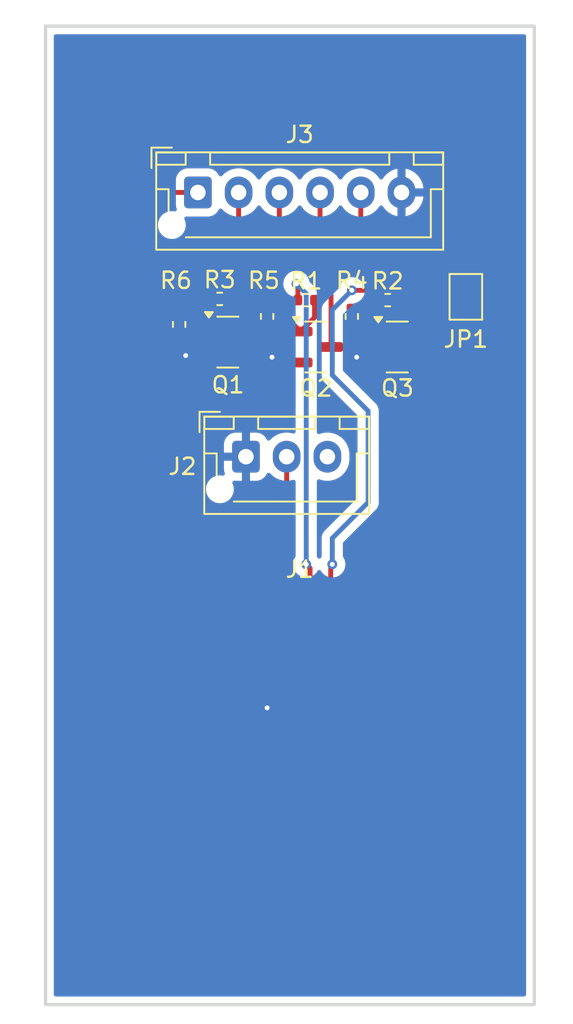
<source format=kicad_pcb>
(kicad_pcb (version 20241229) (generator "pcbnew") (generator_version "9.0")
  (layers (0 "F.Cu" signal) (2 "B.Cu" signal) (13 "F.Paste" user) (15 "B.Paste" user) (5 "F.SilkS" user "F.Silkscreen") (7 "B.SilkS" user "B.Silkscreen") (1 "F.Mask" user) (3 "B.Mask" user) (25 "Edge.Cuts" user))
  (net 0 "")
  (net 1 "FAULTSTOP")
  (net 2 "GND")
  (net 3 "ONLINE")
  (net 4 "/I2C_SDA")
  (net 5 "LED_RED")
  (net 6 "LED_GREEN")
  (net 7 "VCC_5V0")
  (net 8 "LED_YELLOW")
  (net 9 "/E_NC")
  (net 10 "/R_cathode")
  (net 11 "/G_cathode")
  (net 12 "/Y_cathode")
  (net 13 "Net-(JP1-A)")
  (net 14 "Net-(Q1-G)")
  (net 15 "Net-(Q2-G)")
  (net 16 "Net-(Q3-G)")
  (footprint "Package_TO_SOT_SMD:SOT-23" (layer "F.Cu") (at 147.9875 85.475)
    (property "Reference" "Q2" (at 0.0125 2.525 0) (layer "F.SilkS"))
    (property "Value" "AO3400A")
    (fp_line (start 0 -1.56) (end -0.65 -1.56) (stroke (width 0.12)) (layer "F.SilkS"))
    (fp_line (start 0 -1.56) (end 0.65 -1.56) (stroke (width 0.12)) (layer "F.SilkS"))
    (fp_line (start 0 1.56) (end -0.65 1.56) (stroke (width 0.12)) (layer "F.SilkS"))
    (fp_line (start 0 1.56) (end 0.65 1.56) (stroke (width 0.12)) (layer "F.SilkS"))
    (fp_poly (pts (xy -1.1625 -1.51) (xy -1.4025 -1.84) (xy -0.9225 -1.84)) (stroke (width 0.12)) (fill yes) (layer "F.SilkS"))
    (pad "1" smd roundrect (at -0.9375 -0.95) (size 1.475 0.6) (layers "F.Cu" "F.Mask" "F.Paste") (net 15 "Net-(Q2-G)"))
    (pad "2" smd roundrect (at -0.9375 0.95) (size 1.475 0.6) (layers "F.Cu" "F.Mask" "F.Paste") (net 2 "GND"))
    (pad "3" smd roundrect (at 0.9375 0) (size 1.475 0.6) (layers "F.Cu" "F.Mask" "F.Paste") (net 11 "/G_cathode"))
  )
  (footprint "Jumper:SolderJumper-2_P1.3mm_Open_Pad1.0x1.5mm" (layer "F.Cu") (at 157.2 82.4 90)
    (property "Reference" "JP1" (at -2.6 0 0) (layer "F.SilkS"))
    (property "Value" "Jumper_2_Open")
    (fp_line (start 1.4 -1) (end 1.4 1) (stroke (width 0.12)) (layer "F.SilkS"))
    (fp_line (start -1.4 -1) (end 1.4 -1) (stroke (width 0.12)) (layer "F.SilkS"))
    (fp_line (start 1.4 1) (end -1.4 1) (stroke (width 0.12)) (layer "F.SilkS"))
    (fp_line (start -1.4 1) (end -1.4 -1) (stroke (width 0.12)) (layer "F.SilkS"))
    (pad "1" smd rect (at -0.65 0 90) (size 1 1.5) (layers "F.Cu" "F.Mask") (net 13 "Net-(JP1-A)"))
    (pad "2" smd rect (at 0.65 0 90) (size 1 1.5) (layers "F.Cu" "F.Mask") (net 12 "/Y_cathode"))
  )
  (footprint "Resistor_SMD:R_0402_1005Metric" (layer "F.Cu") (at 145 83.6 90)
    (property "Reference" "R5" (at 2.2 -0.2 0) (layer "F.SilkS"))
    (property "Value" "100k")
    (fp_line (start -0.153641 -0.38) (end 0.153641 -0.38) (stroke (width 0.12)) (layer "F.SilkS"))
    (fp_line (start -0.153641 0.38) (end 0.153641 0.38) (stroke (width 0.12)) (layer "F.SilkS"))
    (pad "1" smd roundrect (at -0.51 0 90) (size 0.54 0.64) (layers "F.Cu" "F.Mask" "F.Paste") (net 2 "GND"))
    (pad "2" smd roundrect (at 0.51 0 90) (size 0.54 0.64) (layers "F.Cu" "F.Mask" "F.Paste") (net 15 "Net-(Q2-G)"))
  )
  (footprint "Resistor_SMD:R_0402_1005Metric" (layer "F.Cu") (at 150.2 83.6 90)
    (property "Reference" "R4" (at 2.2 0 180) (layer "F.SilkS"))
    (property "Value" "100k")
    (fp_line (start -0.153641 -0.38) (end 0.153641 -0.38) (stroke (width 0.12)) (layer "F.SilkS"))
    (fp_line (start -0.153641 0.38) (end 0.153641 0.38) (stroke (width 0.12)) (layer "F.SilkS"))
    (pad "1" smd roundrect (at -0.51 0 90) (size 0.54 0.64) (layers "F.Cu" "F.Mask" "F.Paste") (net 2 "GND"))
    (pad "2" smd roundrect (at 0.51 0 90) (size 0.54 0.64) (layers "F.Cu" "F.Mask" "F.Paste") (net 16 "Net-(Q3-G)"))
  )
  (footprint "Resistor_SMD:R_0402_1005Metric" (layer "F.Cu") (at 142.09 82.525)
    (property "Reference" "R3" (at 0 -1.17 0) (layer "F.SilkS"))
    (property "Value" "100")
    (fp_line (start -0.153641 -0.38) (end 0.153641 -0.38) (stroke (width 0.12)) (layer "F.SilkS"))
    (fp_line (start -0.153641 0.38) (end 0.153641 0.38) (stroke (width 0.12)) (layer "F.SilkS"))
    (pad "1" smd roundrect (at -0.51 0) (size 0.54 0.64) (layers "F.Cu" "F.Mask" "F.Paste") (net 5 "LED_RED"))
    (pad "2" smd roundrect (at 0.51 0) (size 0.54 0.64) (layers "F.Cu" "F.Mask" "F.Paste") (net 14 "Net-(Q1-G)"))
  )
  (footprint "Connector_JST:JST_XH_B6B-XH-AM_1x06_P2.50mm_Vertical" (layer "F.Cu") (at 140.75 76)
    (property "Reference" "J3" (at 6.25 -3.55 0) (layer "F.SilkS"))
    (property "Value" "Conn_01x06")
    (fp_line (start -2.85 -2.75) (end -2.85 -1.5) (stroke (width 0.12)) (layer "F.SilkS"))
    (fp_line (start -2.56 -2.46) (end -2.56 3.51) (stroke (width 0.12)) (layer "F.SilkS"))
    (fp_line (start -2.56 3.51) (end 15.06 3.51) (stroke (width 0.12)) (layer "F.SilkS"))
    (fp_line (start -2.55 -2.45) (end -2.55 -1.7) (stroke (width 0.12)) (layer "F.SilkS"))
    (fp_line (start -2.55 -1.7) (end -0.75 -1.7) (stroke (width 0.12)) (layer "F.SilkS"))
    (fp_line (start -2.55 -0.2) (end -1.8 -0.2) (stroke (width 0.12)) (layer "F.SilkS"))
    (fp_line (start -1.8 -0.2) (end -1.8 1.14) (stroke (width 0.12)) (layer "F.SilkS"))
    (fp_line (start -1.6 -2.75) (end -2.85 -2.75) (stroke (width 0.12)) (layer "F.SilkS"))
    (fp_line (start -0.75 -2.45) (end -2.55 -2.45) (stroke (width 0.12)) (layer "F.SilkS"))
    (fp_line (start -0.75 -1.7) (end -0.75 -2.45) (stroke (width 0.12)) (layer "F.SilkS"))
    (fp_line (start 0.75 -2.45) (end 0.75 -1.7) (stroke (width 0.12)) (layer "F.SilkS"))
    (fp_line (start 0.75 -1.7) (end 11.75 -1.7) (stroke (width 0.12)) (layer "F.SilkS"))
    (fp_line (start 6.25 2.75) (end -0.74 2.75) (stroke (width 0.12)) (layer "F.SilkS"))
    (fp_line (start 11.75 -2.45) (end 0.75 -2.45) (stroke (width 0.12)) (layer "F.SilkS"))
    (fp_line (start 11.75 -1.7) (end 11.75 -2.45) (stroke (width 0.12)) (layer "F.SilkS"))
    (fp_line (start 13.25 -2.45) (end 13.25 -1.7) (stroke (width 0.12)) (layer "F.SilkS"))
    (fp_line (start 13.25 -1.7) (end 15.05 -1.7) (stroke (width 0.12)) (layer "F.SilkS"))
    (fp_line (start 14.3 -0.2) (end 14.3 2.75) (stroke (width 0.12)) (layer "F.SilkS"))
    (fp_line (start 14.3 2.75) (end 6.25 2.75) (stroke (width 0.12)) (layer "F.SilkS"))
    (fp_line (start 15.05 -2.45) (end 13.25 -2.45) (stroke (width 0.12)) (layer "F.SilkS"))
    (fp_line (start 15.05 -1.7) (end 15.05 -2.45) (stroke (width 0.12)) (layer "F.SilkS"))
    (fp_line (start 15.05 -0.2) (end 14.3 -0.2) (stroke (width 0.12)) (layer "F.SilkS"))
    (fp_line (start 15.06 -2.46) (end -2.56 -2.46) (stroke (width 0.12)) (layer "F.SilkS"))
    (fp_line (start 15.06 3.51) (end 15.06 -2.46) (stroke (width 0.12)) (layer "F.SilkS"))
    (pad "" np_thru_hole circle (at -1.6 2) (size 1.2 1.2) (drill 1.2) (layers "*.Cu" "*.Mask"))
    (pad "1" thru_hole roundrect (at 0 0) (size 1.7 1.95) (drill 0.95) (layers "*.Cu" "*.Mask") (roundrect_rratio 0.147059) (net 3 "ONLINE"))
    (pad "2" thru_hole oval (at 2.5 0) (size 1.7 1.95) (drill 0.95) (layers "*.Cu" "*.Mask") (net 10 "/R_cathode"))
    (pad "3" thru_hole oval (at 5 0) (size 1.7 1.95) (drill 0.95) (layers "*.Cu" "*.Mask") (net 11 "/G_cathode"))
    (pad "4" thru_hole oval (at 7.5 0) (size 1.7 1.95) (drill 0.95) (layers "*.Cu" "*.Mask") (net 12 "/Y_cathode"))
    (pad "5" thru_hole oval (at 10 0) (size 1.7 1.95) (drill 0.95) (layers "*.Cu" "*.Mask") (net 7 "VCC_5V0"))
    (pad "6" thru_hole oval (at 12.5 0) (size 1.7 1.95) (drill 0.95) (layers "*.Cu" "*.Mask") (net 2 "GND"))
  )
  (footprint "Resistor_SMD:R_0402_1005Metric" (layer "F.Cu") (at 147.4 82.6)
    (property "Reference" "R1" (at 0 -1.17 0) (layer "F.SilkS"))
    (property "Value" "100")
    (fp_line (start -0.153641 -0.38) (end 0.153641 -0.38) (stroke (width 0.12)) (layer "F.SilkS"))
    (fp_line (start -0.153641 0.38) (end 0.153641 0.38) (stroke (width 0.12)) (layer "F.SilkS"))
    (pad "1" smd roundrect (at -0.51 0) (size 0.54 0.64) (layers "F.Cu" "F.Mask" "F.Paste") (net 6 "LED_GREEN"))
    (pad "2" smd roundrect (at 0.51 0) (size 0.54 0.64) (layers "F.Cu" "F.Mask" "F.Paste") (net 15 "Net-(Q2-G)"))
  )
  (footprint "Connector_RJ:RJ45_Molex_0855135013_Vertical" (layer "F.Cu") (at 147 111)
    (property "Reference" "J1" (at 0 -11.89 0) (layer "F.SilkS"))
    (property "Value" "RJ45")
    (pad "1" smd rect (at -4.445 -7.84 180) (size 0.77 5) (layers "F.Cu" "F.Mask" "F.Paste") (net 4 "/I2C_SDA"))
    (pad "2" smd rect (at -3.175 -7.84 180) (size 0.77 5) (layers "F.Cu" "F.Mask" "F.Paste") (net 1 "FAULTSTOP"))
    (pad "3" smd rect (at -1.905 -7.84 180) (size 0.77 5) (layers "F.Cu" "F.Mask" "F.Paste") (net 2 "GND"))
    (pad "4" smd rect (at -0.635 -7.84 180) (size 0.77 5) (layers "F.Cu" "F.Mask" "F.Paste") (net 5 "LED_RED"))
    (pad "5" smd rect (at 0.635 -7.84 180) (size 0.77 5) (layers "F.Cu" "F.Mask" "F.Paste") (net 6 "LED_GREEN"))
    (pad "6" smd rect (at 1.905 -7.84 180) (size 0.77 5) (layers "F.Cu" "F.Mask" "F.Paste") (net 8 "LED_YELLOW"))
    (pad "7" smd rect (at 3.175 -7.84 180) (size 0.77 5) (layers "F.Cu" "F.Mask" "F.Paste") (net 3 "ONLINE"))
    (pad "8" smd rect (at 4.445 -7.84 180) (size 0.77 5) (layers "F.Cu" "F.Mask" "F.Paste") (net 7 "VCC_5V0"))
    (pad "L" smd rect (at -0.025 8.3825 180) (size 9 3.915) (layers "F.Cu" "F.Mask" "F.Paste"))
  )
  (footprint "Package_TO_SOT_SMD:SOT-23" (layer "F.Cu") (at 152.9875 85.475)
    (property "Reference" "Q3" (at 0.0125 2.525 0) (layer "F.SilkS"))
    (property "Value" "AO3400A")
    (fp_line (start 0 -1.56) (end -0.65 -1.56) (stroke (width 0.12)) (layer "F.SilkS"))
    (fp_line (start 0 -1.56) (end 0.65 -1.56) (stroke (width 0.12)) (layer "F.SilkS"))
    (fp_line (start 0 1.56) (end -0.65 1.56) (stroke (width 0.12)) (layer "F.SilkS"))
    (fp_line (start 0 1.56) (end 0.65 1.56) (stroke (width 0.12)) (layer "F.SilkS"))
    (fp_poly (pts (xy -1.1625 -1.51) (xy -1.4025 -1.84) (xy -0.9225 -1.84)) (stroke (width 0.12)) (fill yes) (layer "F.SilkS"))
    (pad "1" smd roundrect (at -0.9375 -0.95) (size 1.475 0.6) (layers "F.Cu" "F.Mask" "F.Paste") (net 16 "Net-(Q3-G)"))
    (pad "2" smd roundrect (at -0.9375 0.95) (size 1.475 0.6) (layers "F.Cu" "F.Mask" "F.Paste") (net 2 "GND"))
    (pad "3" smd roundrect (at 0.9375 0) (size 1.475 0.6) (layers "F.Cu" "F.Mask" "F.Paste") (net 13 "Net-(JP1-A)"))
  )
  (footprint "Resistor_SMD:R_0402_1005Metric" (layer "F.Cu") (at 139.6 84.09 90)
    (property "Reference" "R6" (at 2.69 -0.2 0) (layer "F.SilkS"))
    (property "Value" "100k")
    (fp_line (start -0.153641 -0.38) (end 0.153641 -0.38) (stroke (width 0.12)) (layer "F.SilkS"))
    (fp_line (start -0.153641 0.38) (end 0.153641 0.38) (stroke (width 0.12)) (layer "F.SilkS"))
    (pad "1" smd roundrect (at -0.51 0 90) (size 0.54 0.64) (layers "F.Cu" "F.Mask" "F.Paste") (net 2 "GND"))
    (pad "2" smd roundrect (at 0.51 0 90) (size 0.54 0.64) (layers "F.Cu" "F.Mask" "F.Paste") (net 14 "Net-(Q1-G)"))
  )
  (footprint "Package_TO_SOT_SMD:SOT-23" (layer "F.Cu") (at 142.5875 85.175)
    (property "Reference" "Q1" (at 0.0125 2.625 0) (layer "F.SilkS"))
    (property "Value" "AO3400A")
    (fp_line (start 0 -1.56) (end -0.65 -1.56) (stroke (width 0.12)) (layer "F.SilkS"))
    (fp_line (start 0 -1.56) (end 0.65 -1.56) (stroke (width 0.12)) (layer "F.SilkS"))
    (fp_line (start 0 1.56) (end -0.65 1.56) (stroke (width 0.12)) (layer "F.SilkS"))
    (fp_line (start 0 1.56) (end 0.65 1.56) (stroke (width 0.12)) (layer "F.SilkS"))
    (fp_poly (pts (xy -1.1625 -1.51) (xy -1.4025 -1.84) (xy -0.9225 -1.84)) (stroke (width 0.12)) (fill yes) (layer "F.SilkS"))
    (pad "1" smd roundrect (at -0.9375 -0.95) (size 1.475 0.6) (layers "F.Cu" "F.Mask" "F.Paste") (net 14 "Net-(Q1-G)"))
    (pad "2" smd roundrect (at -0.9375 0.95) (size 1.475 0.6) (layers "F.Cu" "F.Mask" "F.Paste") (net 2 "GND"))
    (pad "3" smd roundrect (at 0.9375 0) (size 1.475 0.6) (layers "F.Cu" "F.Mask" "F.Paste") (net 10 "/R_cathode"))
  )
  (footprint "Connector_JST:JST_XH_B3B-XH-AM_1x03_P2.50mm_Vertical" (layer "F.Cu") (at 143.7 92.2)
    (property "Reference" "J2" (at -3.9 0.6 0) (layer "F.SilkS"))
    (property "Value" "Conn_01x03")
    (fp_line (start -2.85 -2.75) (end -2.85 -1.5) (stroke (width 0.12)) (layer "F.SilkS"))
    (fp_line (start -2.56 -2.46) (end -2.56 3.51) (stroke (width 0.12)) (layer "F.SilkS"))
    (fp_line (start -2.56 3.51) (end 7.56 3.51) (stroke (width 0.12)) (layer "F.SilkS"))
    (fp_line (start -2.55 -2.45) (end -2.55 -1.7) (stroke (width 0.12)) (layer "F.SilkS"))
    (fp_line (start -2.55 -1.7) (end -0.75 -1.7) (stroke (width 0.12)) (layer "F.SilkS"))
    (fp_line (start -2.55 -0.2) (end -1.8 -0.2) (stroke (width 0.12)) (layer "F.SilkS"))
    (fp_line (start -1.8 -0.2) (end -1.8 1.14) (stroke (width 0.12)) (layer "F.SilkS"))
    (fp_line (start -1.6 -2.75) (end -2.85 -2.75) (stroke (width 0.12)) (layer "F.SilkS"))
    (fp_line (start -0.75 -2.45) (end -2.55 -2.45) (stroke (width 0.12)) (layer "F.SilkS"))
    (fp_line (start -0.75 -1.7) (end -0.75 -2.45) (stroke (width 0.12)) (layer "F.SilkS"))
    (fp_line (start 0.75 -2.45) (end 0.75 -1.7) (stroke (width 0.12)) (layer "F.SilkS"))
    (fp_line (start 0.75 -1.7) (end 4.25 -1.7) (stroke (width 0.12)) (layer "F.SilkS"))
    (fp_line (start 2.5 2.75) (end -0.74 2.75) (stroke (width 0.12)) (layer "F.SilkS"))
    (fp_line (start 4.25 -2.45) (end 0.75 -2.45) (stroke (width 0.12)) (layer "F.SilkS"))
    (fp_line (start 4.25 -1.7) (end 4.25 -2.45) (stroke (width 0.12)) (layer "F.SilkS"))
    (fp_line (start 5.75 -2.45) (end 5.75 -1.7) (stroke (width 0.12)) (layer "F.SilkS"))
    (fp_line (start 5.75 -1.7) (end 7.55 -1.7) (stroke (width 0.12)) (layer "F.SilkS"))
    (fp_line (start 6.8 -0.2) (end 6.8 2.75) (stroke (width 0.12)) (layer "F.SilkS"))
    (fp_line (start 6.8 2.75) (end 2.5 2.75) (stroke (width 0.12)) (layer "F.SilkS"))
    (fp_line (start 7.55 -2.45) (end 5.75 -2.45) (stroke (width 0.12)) (layer "F.SilkS"))
    (fp_line (start 7.55 -1.7) (end 7.55 -2.45) (stroke (width 0.12)) (layer "F.SilkS"))
    (fp_line (start 7.55 -0.2) (end 6.8 -0.2) (stroke (width 0.12)) (layer "F.SilkS"))
    (fp_line (start 7.56 -2.46) (end -2.56 -2.46) (stroke (width 0.12)) (layer "F.SilkS"))
    (fp_line (start 7.56 3.51) (end 7.56 -2.46) (stroke (width 0.12)) (layer "F.SilkS"))
    (pad "" np_thru_hole circle (at -1.6 2) (size 1.2 1.2) (drill 1.2) (layers "*.Cu" "*.Mask"))
    (pad "1" thru_hole roundrect (at 0 0) (size 1.7 1.95) (drill 0.95) (layers "*.Cu" "*.Mask") (roundrect_rratio 0.147059) (net 2 "GND"))
    (pad "2" thru_hole oval (at 2.5 0) (size 1.7 1.95) (drill 0.95) (layers "*.Cu" "*.Mask") (net 1 "FAULTSTOP"))
    (pad "3" thru_hole oval (at 5 0) (size 1.7 1.95) (drill 0.95) (layers "*.Cu" "*.Mask") (net 9 "/E_NC"))
  )
  (footprint "Resistor_SMD:R_0402_1005Metric" (layer "F.Cu") (at 152.4 82.6)
    (property "Reference" "R2" (at 0 -1.17 0) (layer "F.SilkS"))
    (property "Value" "100")
    (fp_line (start -0.153641 -0.38) (end 0.153641 -0.38) (stroke (width 0.12)) (layer "F.SilkS"))
    (fp_line (start -0.153641 0.38) (end 0.153641 0.38) (stroke (width 0.12)) (layer "F.SilkS"))
    (pad "1" smd roundrect (at -0.51 0) (size 0.54 0.64) (layers "F.Cu" "F.Mask" "F.Paste") (net 8 "LED_YELLOW"))
    (pad "2" smd roundrect (at 0.51 0) (size 0.54 0.64) (layers "F.Cu" "F.Mask" "F.Paste") (net 16 "Net-(Q3-G)"))
  )
  (gr_rect (start 131.4 65.8) (end 161.4 125.8) (stroke (width 0.2)) (fill no) (layer "Edge.Cuts"))
  (segment (start 146.2 95.2) (end 143.825 97.575) (width 0.3) (layer "F.Cu") (net 1))
  (segment (start 143.825 97.575) (end 143.825 103.16) (width 0.3) (layer "F.Cu") (net 1))
  (segment (start 146.2 92.2) (end 146.2 95.2) (width 0.3) (layer "F.Cu") (net 1))
  (segment (start 145.3 86.1) (end 145.625 86.425) (width 0.3) (layer "F.Cu") (net 2))
  (segment (start 145.625 86.425) (end 147.05 86.425) (width 0.3) (layer "F.Cu") (net 2))
  (segment (start 150.2 85.8) (end 150.5 86.1) (width 0.3) (layer "F.Cu") (net 2))
  (segment (start 140 86) (end 140.125 86.125) (width 0.3) (layer "F.Cu") (net 2))
  (segment (start 140.125 86.125) (end 141.65 86.125) (width 0.3) (layer "F.Cu") (net 2))
  (segment (start 150.825 86.425) (end 152.05 86.425) (width 0.3) (layer "F.Cu") (net 2))
  (segment (start 145 84.11) (end 145 85.8) (width 0.3) (layer "F.Cu") (net 2))
  (segment (start 139.6 84.6) (end 139.6 85.6) (width 0.3) (layer "F.Cu") (net 2))
  (segment (start 145.095 103.16) (end 145.095 107.505) (width 0.3) (layer "F.Cu") (net 2))
  (segment (start 145.095 107.505) (end 145 107.6) (width 0.3) (layer "F.Cu") (net 2))
  (segment (start 150.2 84.11) (end 150.2 85.8) (width 0.3) (layer "F.Cu") (net 2))
  (segment (start 150.5 86.1) (end 150.825 86.425) (width 0.3) (layer "F.Cu") (net 2))
  (segment (start 145 85.8) (end 145.3 86.1) (width 0.3) (layer "F.Cu") (net 2))
  (segment (start 139.6 85.6) (end 140 86) (width 0.3) (layer "F.Cu") (net 2))
  (via (at 145 107.6) (size 0.6) (drill 0.3) (layers "F.Cu" "B.Cu") (net 2))
  (via (at 140 86) (size 0.6) (drill 0.3) (layers "F.Cu" "B.Cu") (net 2))
  (via (at 145.3 86.1) (size 0.6) (drill 0.3) (layers "F.Cu" "B.Cu") (net 2))
  (via (at 150.5 86.1) (size 0.6) (drill 0.3) (layers "F.Cu" "B.Cu") (net 2))
  (segment (start 150.175 109.775) (end 150.175 103.16) (width 0.3) (layer "F.Cu") (net 3))
  (segment (start 140.75 76) (end 137.2 76) (width 0.3) (layer "F.Cu") (net 3))
  (segment (start 134.6 78.6) (end 134.6 108.4) (width 0.3) (layer "F.Cu") (net 3))
  (segment (start 148.2 111.8) (end 150.2 109.8) (width 0.3) (layer "F.Cu") (net 3))
  (segment (start 137.2 76) (end 134.6 78.6) (width 0.3) (layer "F.Cu") (net 3))
  (segment (start 150.2 109.8) (end 150.175 109.775) (width 0.3) (layer "F.Cu") (net 3))
  (segment (start 134.6 108.4) (end 138 111.8) (width 0.3) (layer "F.Cu") (net 3))
  (segment (start 138 111.8) (end 148.2 111.8) (width 0.3) (layer "F.Cu") (net 3))
  (segment (start 141.58 82.525) (end 139.475 82.525) (width 0.3) (layer "F.Cu") (net 5))
  (segment (start 139.475 82.525) (end 138.6 83.4) (width 0.3) (layer "F.Cu") (net 5))
  (segment (start 145.2 109.2) (end 146.4 108) (width 0.3) (layer "F.Cu") (net 5))
  (segment (start 140.2 109.2) (end 145.2 109.2) (width 0.3) (layer "F.Cu") (net 5))
  (segment (start 146.4 108) (end 146.365 107.965) (width 0.3) (layer "F.Cu") (net 5))
  (segment (start 138.6 107.6) (end 140.2 109.2) (width 0.3) (layer "F.Cu") (net 5))
  (segment (start 138.6 83.4) (end 138.6 107.6) (width 0.3) (layer "F.Cu") (net 5))
  (segment (start 146.365 107.965) (end 146.365 103.16) (width 0.3) (layer "F.Cu") (net 5))
  (segment (start 146.89 81.69) (end 146.8 81.6) (width 0.3) (layer "F.Cu") (net 6))
  (segment (start 147.635 99.035) (end 147.635 103.16) (width 0.3) (layer "F.Cu") (net 6))
  (segment (start 146.89 82.6) (end 146.89 81.69) (width 0.3) (layer "F.Cu") (net 6))
  (segment (start 147.4 98.8) (end 147.635 99.035) (width 0.3) (layer "F.Cu") (net 6))
  (via (at 147.4 98.8) (size 0.6) (drill 0.3) (layers "F.Cu" "B.Cu") (net 6))
  (via (at 146.8 81.6) (size 0.6) (drill 0.3) (layers "F.Cu" "B.Cu") (net 6))
  (segment (start 147.4 82.2) (end 146.8 81.6) (width 0.3) (layer "B.Cu") (net 6))
  (segment (start 147.4 98.8) (end 147.4 82.2) (width 0.3) (layer "B.Cu") (net 6))
  (segment (start 150.75 78.15) (end 152.6 80) (width 0.3) (layer "F.Cu") (net 7))
  (segment (start 150.75 76) (end 150.75 78.15) (width 0.3) (layer "F.Cu") (net 7))
  (segment (start 152.6 80) (end 158.2 80) (width 0.3) (layer "F.Cu") (net 7))
  (segment (start 151.445 98.555) (end 151.445 103.16) (width 0.3) (layer "F.Cu") (net 7))
  (segment (start 159.6 81.4) (end 159.6 86.2) (width 0.3) (layer "F.Cu") (net 7))
  (segment (start 154.8 91) (end 154.8 95.2) (width 0.3) (layer "F.Cu") (net 7))
  (segment (start 158.2 80) (end 159.6 81.4) (width 0.3) (layer "F.Cu") (net 7))
  (segment (start 154.8 95.2) (end 151.445 98.555) (width 0.3) (layer "F.Cu") (net 7))
  (segment (start 159.6 86.2) (end 154.8 91) (width 0.3) (layer "F.Cu") (net 7))
  (segment (start 151.89 82.6) (end 151.29 82) (width 0.3) (layer "F.Cu") (net 8))
  (segment (start 148.905 98.895) (end 148.905 103.16) (width 0.3) (layer "F.Cu") (net 8))
  (segment (start 151.29 82) (end 150.2 82) (width 0.3) (layer "F.Cu") (net 8))
  (segment (start 149 98.8) (end 148.905 98.895) (width 0.3) (layer "F.Cu") (net 8))
  (via (at 150.2 82) (size 0.6) (drill 0.3) (layers "F.Cu" "B.Cu") (net 8))
  (via (at 149 98.8) (size 0.6) (drill 0.3) (layers "F.Cu" "B.Cu") (net 8))
  (segment (start 151.2 95) (end 149 97.2) (width 0.3) (layer "B.Cu") (net 8))
  (segment (start 150.8 89) (end 151.2 89.4) (width 0.3) (layer "B.Cu") (net 8))
  (segment (start 151.2 94.6) (end 151.2 95) (width 0.3) (layer "B.Cu") (net 8))
  (segment (start 149 87.2) (end 150.8 89) (width 0.3) (layer "B.Cu") (net 8))
  (segment (start 149 97.2) (end 149 98.8) (width 0.3) (layer "B.Cu") (net 8))
  (segment (start 149 83.2) (end 149 85.2) (width 0.3) (layer "B.Cu") (net 8))
  (segment (start 150.2 82) (end 149 83.2) (width 0.3) (layer "B.Cu") (net 8))
  (segment (start 149 85.2) (end 149 87.2) (width 0.3) (layer "B.Cu") (net 8))
  (segment (start 151.2 89.4) (end 151.2 94.6) (width 0.3) (layer "B.Cu") (net 8))
  (segment (start 143.525 84.875001) (end 143.525 85.175) (width 0.3) (layer "F.Cu") (net 10))
  (segment (start 143.8 81) (end 143.8 84.6) (width 0.3) (layer "F.Cu") (net 10))
  (segment (start 143.25 76) (end 143.25 80.45) (width 0.3) (layer "F.Cu") (net 10))
  (segment (start 143.25 80.45) (end 143.8 81) (width 0.3) (layer "F.Cu") (net 10))
  (segment (start 143.8 84.6) (end 143.525 84.875001) (width 0.3) (layer "F.Cu") (net 10))
  (segment (start 145.75 76) (end 145.75 77.55) (width 0.3) (layer "F.Cu") (net 11))
  (segment (start 148.925 80.725) (end 148.925 85.475) (width 0.3) (layer "F.Cu") (net 11))
  (segment (start 145.75 77.55) (end 148.925 80.725) (width 0.3) (layer "F.Cu") (net 11))
  (segment (start 151.95 81.75) (end 148.25 78.05) (width 0.3) (layer "F.Cu") (net 12))
  (segment (start 157.2 81.75) (end 151.95 81.75) (width 0.3) (layer "F.Cu") (net 12))
  (segment (start 148.25 78.05) (end 148.25 76) (width 0.3) (layer "F.Cu") (net 12))
  (segment (start 153.925 85.475) (end 155.925 85.475) (width 0.3) (layer "F.Cu") (net 13))
  (segment (start 155.925 85.475) (end 157.2 84.2) (width 0.3) (layer "F.Cu") (net 13))
  (segment (start 157.2 84.2) (end 157.2 83.05) (width 0.3) (layer "F.Cu") (net 13))
  (segment (start 141.005 83.58) (end 141.65 84.225) (width 0.3) (layer "F.Cu") (net 14))
  (segment (start 142.6 83.275) (end 141.65 84.225) (width 0.3) (layer "F.Cu") (net 14))
  (segment (start 139.6 83.58) (end 141.005 83.58) (width 0.3) (layer "F.Cu") (net 14))
  (segment (start 142.6 82.525) (end 142.6 83.275) (width 0.3) (layer "F.Cu") (net 14))
  (segment (start 147.91 82.6) (end 147.91 83.665) (width 0.3) (layer "F.Cu") (net 15))
  (segment (start 147.91 83.665) (end 147.05 84.525) (width 0.3) (layer "F.Cu") (net 15))
  (segment (start 145.615 83.09) (end 147.05 84.525) (width 0.3) (layer "F.Cu") (net 15))
  (segment (start 145 83.09) (end 145.615 83.09) (width 0.3) (layer "F.Cu") (net 15))
  (segment (start 150.615 83.09) (end 152.05 84.525) (width 0.3) (layer "F.Cu") (net 16))
  (segment (start 150.2 83.09) (end 150.615 83.09) (width 0.3) (layer "F.Cu") (net 16))
  (segment (start 152.91 82.6) (end 152.91 83.665) (width 0.3) (layer "F.Cu") (net 16))
  (segment (start 152.91 83.665) (end 152.05 84.525) (width 0.3) (layer "F.Cu") (net 16))
  (zone (net 2) (net_name "GND") (layer "B.Cu") (connect_pads (clearance 0.5)) (min_thickness 0.25) (fill yes (thermal_gap 0.5) (thermal_bridge_width 0.5))
    (polygon (pts (xy 163.8 127) (xy 128.8 127) (xy 128.6 64.2) (xy 163.8 64.2)))
  )
)
</source>
